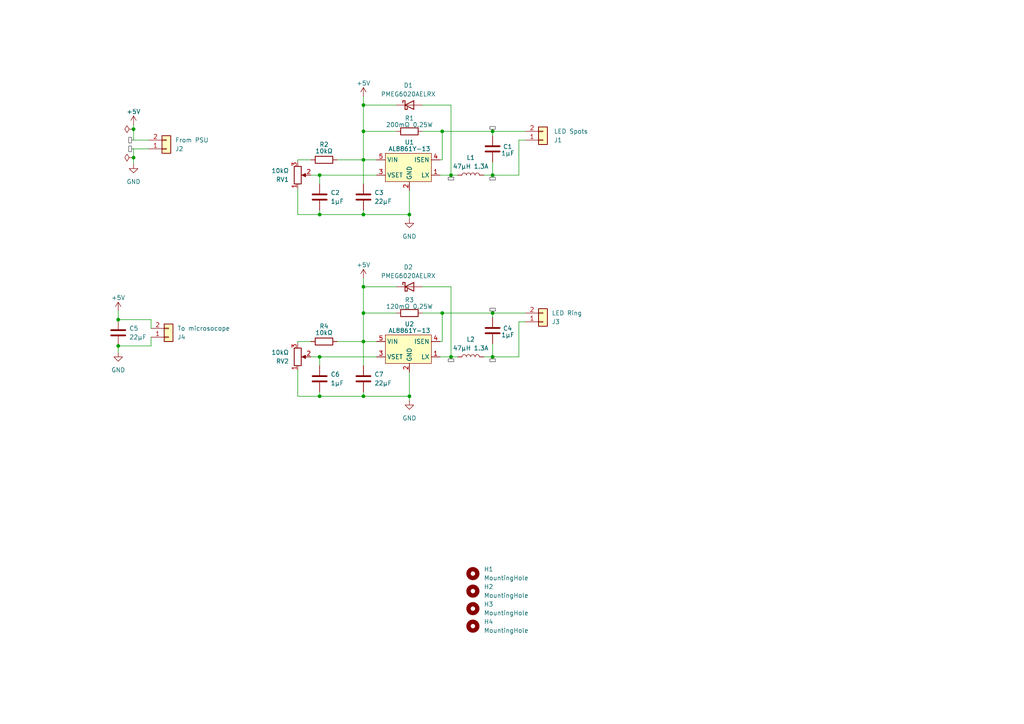
<source format=kicad_sch>
(kicad_sch (version 20230121) (generator eeschema)
  (paper "A4")
  (title_block (title "Andonstar LED Dimmer") (date "2023-07-21") (company "Retronics - Bjørner Sandom"))
  (lib_symbols
    (symbol "Connector_Generic:Conn_01x02" (pin_names (offset 1.016) hide)
      (property "Reference" "J" (at 0 2.54 0))
      (property "Value" "Conn_01x02" (at 0 -5.08 0))
      (symbol "Conn_01x02_1_1"
        (rectangle (start -1.27 -2.413) (end 0 -2.667) (stroke (width 0.1524)))
        (rectangle (start -1.27 0.127) (end 0 -0.127) (stroke (width 0.1524)))
        (rectangle (start -1.27 1.27) (end 1.27 -3.81) (stroke (width 0.254)) (fill (type background)))
        (pin passive line (at -5.08 0 0) (length 3.81) (name "Pin_1") (number "1"))
        (pin passive line (at -5.08 -2.54 0) (length 3.81) (name "Pin_2") (number "2"))
      )
    )
    (symbol "Device:C" (pin_numbers hide) (pin_names (offset 0.254))
      (property "Reference" "C" (at 0.635 2.54 0))
      (property "Value" "C" (at 0.635 -2.54 0))
      (symbol "C_0_1"
        (polyline (pts (xy -2.032 -0.762) (xy 2.032 -0.762)) (stroke (width 0.508)))
        (polyline (pts (xy -2.032 0.762) (xy 2.032 0.762)) (stroke (width 0.508)))
      )
      (symbol "C_1_1"
        (pin passive line (at 0 3.81 270) (length 2.794) (name "~") (number "1"))
        (pin passive line (at 0 -3.81 90) (length 2.794) (name "~") (number "2"))
      )
    )
    (symbol "Device:D_Schottky" (pin_numbers hide) (pin_names (offset 1.016) hide)
      (property "Reference" "D" (at 0 2.54 0))
      (property "Value" "D_Schottky" (at 0 -2.54 0))
      (symbol "D_Schottky_0_1"
        (polyline (pts (xy 1.27 0) (xy -1.27 0)))
        (polyline (pts (xy 1.27 1.27) (xy 1.27 -1.27) (xy -1.27 0) (xy 1.27 1.27)) (stroke (width 0.254)))
        (polyline (pts (xy -1.905 0.635) (xy -1.905 1.27) (xy -1.27 1.27) (xy -1.27 -1.27) (xy -0.635 -1.27) (xy -0.635 -0.635)) (stroke (width 0.254)))
      )
      (symbol "D_Schottky_1_1"
        (pin passive line (at -3.81 0 0) (length 2.54) (name "K") (number "1"))
        (pin passive line (at 3.81 0 180) (length 2.54) (name "A") (number "2"))
      )
    )
    (symbol "Device:L" (pin_numbers hide) (pin_names (offset 1.016) hide)
      (property "Reference" "L" (at -1.27 0 90))
      (property "Value" "L" (at 1.905 0 90))
      (symbol "L_0_1"
        (arc (start 0 -2.54) (mid 0.6323 -1.905) (end 0 -1.27))
        (arc (start 0 -1.27) (mid 0.6323 -0.635) (end 0 0))
        (arc (start 0 0) (mid 0.6323 0.635) (end 0 1.27))
        (arc (start 0 1.27) (mid 0.6323 1.905) (end 0 2.54))
      )
      (symbol "L_1_1"
        (pin passive line (at 0 3.81 270) (length 1.27) (name "1") (number "1"))
        (pin passive line (at 0 -3.81 90) (length 1.27) (name "2") (number "2"))
      )
    )
    (symbol "Device:R" (pin_numbers hide) (pin_names (offset 0))
      (property "Reference" "R" (at 2.032 0 90))
      (property "Value" "R" (at 0 0 90))
      (symbol "R_0_1"
        (rectangle (start -1.016 -2.54) (end 1.016 2.54) (stroke (width 0.254)))
      )
      (symbol "R_1_1"
        (pin passive line (at 0 3.81 270) (length 1.27) (name "~") (number "1"))
        (pin passive line (at 0 -3.81 90) (length 1.27) (name "~") (number "2"))
      )
    )
    (symbol "Device:R_Potentiometer" (pin_names (offset 1.016) hide)
      (property "Reference" "RV" (at -4.445 0 90))
      (property "Value" "R_Potentiometer" (at -2.54 0 90))
      (symbol "R_Potentiometer_0_1"
        (polyline (pts (xy 2.54 0) (xy 1.524 0)))
        (polyline (pts (xy 1.143 0) (xy 2.286 0.508) (xy 2.286 -0.508) (xy 1.143 0)) (fill (type outline)))
        (rectangle (start 1.016 2.54) (end -1.016 -2.54) (stroke (width 0.254)))
      )
      (symbol "R_Potentiometer_1_1"
        (pin passive line (at 0 3.81 270) (length 1.27) (name "1") (number "1"))
        (pin passive line (at 3.81 0 180) (length 1.27) (name "2") (number "2"))
        (pin passive line (at 0 -3.81 90) (length 1.27) (name "3") (number "3"))
      )
    )
    (symbol "Mechanical:MountingHole" (pin_names (offset 1.016))
      (property "Reference" "H" (at 0 5.08 0))
      (property "Value" "MountingHole" (at 0 3.175 0))
      (symbol "MountingHole_0_1"
        (circle (center 0 0) (radius 1.27) (stroke (width 1.27)))
      )
    )
    (symbol "myDevices:AL8861Y-13"
      (property "Reference" "U" (at 6.985 5.715 0))
      (property "Value" "AL8861Y-13" (at 6.35 3.175 0))
      (symbol "AL8861Y-13_1_1"
        (rectangle (start 0 1.905) (end 13.335 -6.35) (fill (type background)))
        (pin passive line (at 15.875 -4.445 180) (length 2.54) (name "LX") (number "1"))
        (pin power_in line (at 6.985 -8.89 90) (length 2.54) (name "GND") (number "2"))
        (pin passive line (at -2.54 -4.445 0) (length 2.54) (name "VSET") (number "3"))
        (pin passive line (at 15.875 0 180) (length 2.54) (name "ISEN") (number "4"))
        (pin power_in line (at -2.54 0 0) (length 2.54) (name "VIN") (number "5"))
      )
    )
    (symbol "power:+5V" (power) (pin_names (offset 0))
      (property "Value" "+5V" (at 0 3.556 0))
      (symbol "+5V_0_1"
        (polyline (pts (xy -0.762 1.27) (xy 0 2.54)))
        (polyline (pts (xy 0 0) (xy 0 2.54)))
        (polyline (pts (xy 0 2.54) (xy 0.762 1.27)))
      )
      (symbol "+5V_1_1"
        (pin power_in line (at 0 0 90) (length 0) hide (name "+5V") (number "1"))
      )
    )
    (symbol "power:GND" (power) (pin_names (offset 0))
      (property "Value" "GND" (at 0 -3.81 0))
      (symbol "GND_0_1"
        (polyline (pts (xy 0 0) (xy 0 -1.27) (xy 1.27 -1.27) (xy 0 -2.54) (xy -1.27 -1.27) (xy 0 -1.27)))
      )
      (symbol "GND_1_1"
        (pin power_in line (at 0 0 270) (length 0) hide (name "GND") (number "1"))
      )
    )
    (symbol "power:PWR_FLAG" (power) (pin_numbers hide) (pin_names (offset 0) hide)
      (property "Value" "PWR_FLAG" (at 0 3.81 0))
      (symbol "PWR_FLAG_0_0"
        (pin power_out line (at 0 0 90) (length 0) (name "pwr") (number "1"))
      )
      (symbol "PWR_FLAG_0_1"
        (polyline (pts (xy 0 0) (xy 0 1.27) (xy -1.016 1.905) (xy 0 2.54) (xy 1.016 1.905) (xy 0 1.27)))
      )
    )
  )
  (junction (at 105.41 99.06))
  (junction (at 142.875 38.1))
  (junction (at 130.81 103.505))
  (junction (at 142.875 90.805))
  (junction (at 38.735 37.465))
  (junction (at 105.41 114.935))
  (junction (at 105.41 46.355))
  (junction (at 92.71 62.23))
  (junction (at 128.27 38.1))
  (junction (at 105.41 38.1))
  (junction (at 130.81 50.8))
  (junction (at 105.41 62.23))
  (junction (at 105.41 90.805))
  (junction (at 92.71 114.935))
  (junction (at 34.29 100.33))
  (junction (at 105.41 30.48))
  (junction (at 118.745 62.23))
  (junction (at 128.27 90.805))
  (junction (at 92.71 103.505))
  (junction (at 142.875 103.505))
  (junction (at 118.745 114.935))
  (junction (at 105.41 83.185))
  (junction (at 142.875 50.8))
  (junction (at 34.29 92.71))
  (junction (at 92.71 50.8))
  (junction (at 38.735 45.72))
  (wire (pts (xy 150.495 40.64) (xy 150.495 50.8)))
  (wire (pts (xy 105.41 46.355) (xy 109.22 46.355)))
  (wire (pts (xy 38.735 45.72) (xy 38.735 43.18)))
  (wire (pts (xy 127.635 50.8) (xy 130.81 50.8)))
  (wire (pts (xy 105.41 60.96) (xy 105.41 62.23)))
  (wire (pts (xy 130.81 50.8) (xy 132.715 50.8)))
  (wire (pts (xy 97.79 99.06) (xy 105.41 99.06)))
  (wire (pts (xy 105.41 27.94) (xy 105.41 30.48)))
  (wire (pts (xy 86.36 46.355) (xy 86.36 46.99)))
  (wire (pts (xy 142.875 99.695) (xy 142.875 103.505)))
  (wire (pts (xy 128.27 90.805) (xy 128.27 99.06)))
  (wire (pts (xy 142.875 90.805) (xy 142.875 92.075)))
  (wire (pts (xy 92.71 103.505) (xy 109.22 103.505)))
  (wire (pts (xy 86.36 107.315) (xy 86.36 114.935)))
  (wire (pts (xy 128.27 38.1) (xy 128.27 46.355)))
  (wire (pts (xy 90.17 46.355) (xy 86.36 46.355)))
  (wire (pts (xy 92.71 50.8) (xy 109.22 50.8)))
  (wire (pts (xy 38.735 37.465) (xy 38.735 40.64)))
  (wire (pts (xy 128.27 38.1) (xy 142.875 38.1)))
  (wire (pts (xy 34.29 102.235) (xy 34.29 100.33)))
  (wire (pts (xy 105.41 90.805) (xy 114.935 90.805)))
  (wire (pts (xy 128.27 46.355) (xy 127.635 46.355)))
  (wire (pts (xy 128.27 99.06) (xy 127.635 99.06)))
  (wire (pts (xy 150.495 103.505) (xy 150.495 93.345)))
  (wire (pts (xy 43.815 100.33) (xy 43.815 97.79)))
  (wire (pts (xy 130.81 30.48) (xy 130.81 50.8)))
  (wire (pts (xy 92.71 50.8) (xy 92.71 53.34)))
  (wire (pts (xy 86.36 99.06) (xy 86.36 99.695)))
  (wire (pts (xy 130.81 103.505) (xy 132.715 103.505)))
  (wire (pts (xy 38.735 36.195) (xy 38.735 37.465)))
  (wire (pts (xy 122.555 90.805) (xy 128.27 90.805)))
  (wire (pts (xy 105.41 90.805) (xy 105.41 99.06)))
  (wire (pts (xy 118.745 62.23) (xy 118.745 63.5)))
  (wire (pts (xy 105.41 114.935) (xy 118.745 114.935)))
  (wire (pts (xy 105.41 30.48) (xy 114.935 30.48)))
  (wire (pts (xy 142.875 50.8) (xy 150.495 50.8)))
  (wire (pts (xy 105.41 83.185) (xy 114.935 83.185)))
  (wire (pts (xy 92.71 113.665) (xy 92.71 114.935)))
  (wire (pts (xy 105.41 99.06) (xy 105.41 106.045)))
  (wire (pts (xy 105.41 38.1) (xy 114.935 38.1)))
  (wire (pts (xy 90.17 103.505) (xy 92.71 103.505)))
  (wire (pts (xy 38.735 43.18) (xy 43.18 43.18)))
  (wire (pts (xy 97.79 46.355) (xy 105.41 46.355)))
  (wire (pts (xy 105.41 80.645) (xy 105.41 83.185)))
  (wire (pts (xy 92.71 103.505) (xy 92.71 106.045)))
  (wire (pts (xy 150.495 40.64) (xy 152.4 40.64)))
  (wire (pts (xy 142.875 103.505) (xy 150.495 103.505)))
  (wire (pts (xy 105.41 46.355) (xy 105.41 53.34)))
  (wire (pts (xy 142.875 38.1) (xy 152.4 38.1)))
  (wire (pts (xy 118.745 114.935) (xy 118.745 116.205)))
  (wire (pts (xy 130.81 83.185) (xy 130.81 103.505)))
  (wire (pts (xy 92.71 114.935) (xy 105.41 114.935)))
  (wire (pts (xy 105.41 83.185) (xy 105.41 90.805)))
  (wire (pts (xy 105.41 62.23) (xy 118.745 62.23)))
  (wire (pts (xy 118.745 107.95) (xy 118.745 114.935)))
  (wire (pts (xy 92.71 62.23) (xy 105.41 62.23)))
  (wire (pts (xy 140.335 103.505) (xy 142.875 103.505)))
  (wire (pts (xy 43.815 92.71) (xy 43.815 95.25)))
  (wire (pts (xy 34.29 100.33) (xy 43.815 100.33)))
  (wire (pts (xy 142.875 46.99) (xy 142.875 50.8)))
  (wire (pts (xy 92.71 60.96) (xy 92.71 62.23)))
  (wire (pts (xy 86.36 62.23) (xy 92.71 62.23)))
  (wire (pts (xy 142.875 38.1) (xy 142.875 39.37)))
  (wire (pts (xy 34.29 92.71) (xy 43.815 92.71)))
  (wire (pts (xy 86.36 54.61) (xy 86.36 62.23)))
  (wire (pts (xy 127.635 103.505) (xy 130.81 103.505)))
  (wire (pts (xy 86.36 114.935) (xy 92.71 114.935)))
  (wire (pts (xy 105.41 113.665) (xy 105.41 114.935)))
  (wire (pts (xy 105.41 99.06) (xy 109.22 99.06)))
  (wire (pts (xy 140.335 50.8) (xy 142.875 50.8)))
  (wire (pts (xy 122.555 83.185) (xy 130.81 83.185)))
  (wire (pts (xy 38.735 40.64) (xy 43.18 40.64)))
  (wire (pts (xy 90.17 50.8) (xy 92.71 50.8)))
  (wire (pts (xy 128.27 90.805) (xy 142.875 90.805)))
  (wire (pts (xy 105.41 30.48) (xy 105.41 38.1)))
  (wire (pts (xy 38.735 47.625) (xy 38.735 45.72)))
  (wire (pts (xy 90.17 99.06) (xy 86.36 99.06)))
  (wire (pts (xy 118.745 55.245) (xy 118.745 62.23)))
  (wire (pts (xy 142.875 90.805) (xy 152.4 90.805)))
  (wire (pts (xy 122.555 30.48) (xy 130.81 30.48)))
  (wire (pts (xy 105.41 38.1) (xy 105.41 46.355)))
  (wire (pts (xy 122.555 38.1) (xy 128.27 38.1)))
  (wire (pts (xy 34.29 90.17) (xy 34.29 92.71)))
  (wire (pts (xy 150.495 93.345) (xy 152.4 93.345)))
  (netclass_flag "" (length 1) (shape rectangle) (at 130.81 50.8 180) (property "Netclass" "Power" (effects hide)))
  (netclass_flag "" (length 1) (shape rectangle) (at 142.875 38.1 0) (property "Netclass" "Power" (effects hide)))
  (netclass_flag "" (length 1) (shape rectangle) (at 130.81 103.505 180) (property "Netclass" "Power" (effects hide)))
  (netclass_flag "" (length 1) (shape rectangle) (at 142.875 103.505 180) (property "Netclass" "Power" (effects hide)))
  (netclass_flag "" (length 1) (shape rectangle) (at 38.735 40.64 90) (property "Netclass" "Power" (effects hide)))
  (netclass_flag "" (length 1) (shape rectangle) (at 38.735 43.18 90) (property "Netclass" "Power" (effects hide)))
  (netclass_flag "" (length 1) (shape rectangle) (at 142.875 50.8 180) (property "Netclass" "Power" (effects hide)))
  (netclass_flag "" (length 1) (shape rectangle) (at 142.875 90.805 0) (property "Netclass" "Power" (effects hide)))
  (symbol (lib_id "power:GND") (at 34.29 102.235 0) (unit 1)
    (property "Reference" "#PWR07" (effects hide))
    (property "Value" "GND" (at 34.29 107.315 0))
  )
  (symbol (lib_id "Device:R") (at 93.98 46.355 90) (unit 1)
    (property "Reference" "R2" (at 93.98 41.91 90))
    (property "Value" "10kΩ" (at 93.98 43.815 90))
    (property "Footprint" "Resistor_SMD:R_0805_2012Metric_Pad1.20x1.40mm_HandSolder" (effects hide))
  )
  (symbol (lib_id "Device:C") (at 142.875 43.18 180) (unit 1)
    (property "Reference" "C1" (at 148.59 42.545 0) (effects (justify left)))
    (property "Value" "1µF" (at 149.225 44.45 0) (effects (justify left)))
    (property "Footprint" "Resistor_SMD:R_0805_2012Metric_Pad1.20x1.40mm_HandSolder" (effects hide))
  )
  (symbol (lib_id "Device:R") (at 118.745 38.1 90) (unit 1)
    (property "Reference" "R1" (at 118.745 34.29 90))
    (property "Value" "200mΩ 0.25W" (at 118.745 36.195 90))
    (property "Footprint" "Resistor_SMD:R_1206_3216Metric_Pad1.30x1.75mm_HandSolder" (effects hide))
  )
  (symbol (lib_id "Device:D_Schottky") (at 118.745 30.48 0) (unit 1)
    (property "Reference" "D1" (at 118.4275 24.765 0))
    (property "Value" "PMEG6020AELRX" (at 118.4275 27.305 0))
    (property "Footprint" "Diode_SMD:Nexperia_CFP3_SOD-123W" (effects hide))
  )
  (symbol (lib_id "myDevices:AL8861Y-13") (at 111.76 46.355 0) (unit 1)
    (property "Reference" "U1" (at 118.745 41.275 0))
    (property "Value" "AL8861Y-13" (at 118.745 43.18 0))
    (property "Footprint" "myDevices:SOT89-5" (effects hide))
  )
  (symbol (lib_id "Connector_Generic:Conn_01x02") (at 48.26 43.18 0) (mirror x) (unit 1)
    (property "Reference" "J2" (at 50.8 43.18 0) (effects (justify left)))
    (property "Value" "From PSU" (at 50.8 40.64 0) (effects (justify left)))
    (property "Footprint" "myDevices:KF2510-2P-Angle" (effects hide))
  )
  (symbol (lib_id "Connector_Generic:Conn_01x02") (at 48.895 97.79 0) (mirror x) (unit 1)
    (property "Reference" "J4" (at 51.435 97.79 0) (effects (justify left)))
    (property "Value" "To microsocope" (at 51.435 95.25 0) (effects (justify left)))
    (property "Footprint" "myDevices:KF2510-2P-Angle" (effects hide))
  )
  (symbol (lib_id "Mechanical:MountingHole") (at 137.16 181.61 0) (unit 1)
    (property "Reference" "H4" (at 140.335 180.34 0) (effects (justify left)))
    (property "Value" "MountingHole" (at 140.335 182.88 0) (effects (justify left)))
    (property "Footprint" "MountingHole:MountingHole_4.3mm_M4" (effects hide))
  )
  (symbol (lib_id "power:+5V") (at 105.41 80.645 0) (unit 1)
    (property "Reference" "#PWR05" (effects hide))
    (property "Value" "+5V" (at 105.41 76.835 0))
  )
  (symbol (lib_id "Device:C") (at 105.41 109.855 0) (unit 1)
    (property "Reference" "C7" (at 108.585 108.585 0) (effects (justify left)))
    (property "Value" "22µF" (at 108.585 111.125 0) (effects (justify left)))
    (property "Footprint" "Resistor_SMD:R_0805_2012Metric_Pad1.20x1.40mm_HandSolder" (effects hide))
  )
  (symbol (lib_id "Mechanical:MountingHole") (at 137.16 171.45 0) (unit 1)
    (property "Reference" "H2" (at 140.335 170.18 0) (effects (justify left)))
    (property "Value" "MountingHole" (at 140.335 172.72 0) (effects (justify left)))
    (property "Footprint" "MountingHole:MountingHole_3.2mm_M3" (effects hide))
  )
  (symbol (lib_id "Device:R_Potentiometer") (at 86.36 50.8 0) (mirror x) (unit 1)
    (property "Reference" "RV1" (at 83.82 52.07 0) (effects (justify right)))
    (property "Value" "10kΩ" (at 83.82 49.53 0) (effects (justify right)))
    (property "Footprint" "myDevices:Potentiometer_Alps_RK09K_Single_Vertical" (effects hide))
  )
  (symbol (lib_id "Device:R") (at 118.745 90.805 90) (unit 1)
    (property "Reference" "R3" (at 118.745 86.995 90))
    (property "Value" "120mΩ 0.25W" (at 118.745 88.9 90))
    (property "Footprint" "Resistor_SMD:R_1206_3216Metric_Pad1.30x1.75mm_HandSolder" (effects hide))
  )
  (symbol (lib_id "power:PWR_FLAG") (at 38.735 37.465 90) (unit 1)
    (property "Reference" "#FLG01" (effects hide))
    (property "Value" "PWR_FLAG" (effects hide))
  )
  (symbol (lib_id "Device:C") (at 34.29 96.52 0) (unit 1)
    (property "Reference" "C5" (at 37.465 95.25 0) (effects (justify left)))
    (property "Value" "22µF" (at 37.465 97.79 0) (effects (justify left)))
    (property "Footprint" "Resistor_SMD:R_0805_2012Metric_Pad1.20x1.40mm_HandSolder" (effects hide))
  )
  (symbol (lib_id "power:GND") (at 118.745 116.205 0) (unit 1)
    (property "Reference" "#PWR08" (effects hide))
    (property "Value" "GND" (at 118.745 121.285 0))
  )
  (symbol (lib_id "Device:R") (at 93.98 99.06 90) (unit 1)
    (property "Reference" "R4" (at 93.98 94.615 90))
    (property "Value" "10kΩ" (at 93.98 96.52 90))
    (property "Footprint" "Resistor_SMD:R_0805_2012Metric_Pad1.20x1.40mm_HandSolder" (effects hide))
  )
  (symbol (lib_id "Device:C") (at 105.41 57.15 0) (unit 1)
    (property "Reference" "C3" (at 108.585 55.88 0) (effects (justify left)))
    (property "Value" "22µF" (at 108.585 58.42 0) (effects (justify left)))
    (property "Footprint" "Resistor_SMD:R_0805_2012Metric_Pad1.20x1.40mm_HandSolder" (effects hide))
  )
  (symbol (lib_id "myDevices:AL8861Y-13") (at 111.76 99.06 0) (unit 1)
    (property "Reference" "U2" (at 118.745 93.98 0))
    (property "Value" "AL8861Y-13" (at 118.745 95.885 0))
    (property "Footprint" "myDevices:SOT89-5" (effects hide))
  )
  (symbol (lib_id "Device:C") (at 142.875 95.885 180) (unit 1)
    (property "Reference" "C4" (at 148.59 95.25 0) (effects (justify left)))
    (property "Value" "1µF" (at 149.225 97.155 0) (effects (justify left)))
    (property "Footprint" "Resistor_SMD:R_0805_2012Metric_Pad1.20x1.40mm_HandSolder" (effects hide))
  )
  (symbol (lib_id "Connector_Generic:Conn_01x02") (at 157.48 40.64 0) (mirror x) (unit 1)
    (property "Reference" "J1" (at 160.655 40.64 0) (effects (justify left)))
    (property "Value" "LED Spots" (at 160.655 38.1 0) (effects (justify left)))
    (property "Footprint" "myDevices:KF2510-2P-Angle" (effects hide))
  )
  (symbol (lib_id "power:GND") (at 118.745 63.5 0) (unit 1)
    (property "Reference" "#PWR04" (effects hide))
    (property "Value" "GND" (at 118.745 68.58 0))
  )
  (symbol (lib_id "Device:C") (at 92.71 57.15 0) (unit 1)
    (property "Reference" "C2" (at 95.885 55.88 0) (effects (justify left)))
    (property "Value" "1µF" (at 95.885 58.42 0) (effects (justify left)))
    (property "Footprint" "Resistor_SMD:R_0805_2012Metric_Pad1.20x1.40mm_HandSolder" (effects hide))
  )
  (symbol (lib_id "Device:C") (at 92.71 109.855 0) (unit 1)
    (property "Reference" "C6" (at 95.885 108.585 0) (effects (justify left)))
    (property "Value" "1µF" (at 95.885 111.125 0) (effects (justify left)))
    (property "Footprint" "Resistor_SMD:R_0805_2012Metric_Pad1.20x1.40mm_HandSolder" (effects hide))
  )
  (symbol (lib_id "power:+5V") (at 105.41 27.94 0) (unit 1)
    (property "Reference" "#PWR01" (effects hide))
    (property "Value" "+5V" (at 105.41 24.13 0))
  )
  (symbol (lib_id "power:+5V") (at 34.29 90.17 0) (unit 1)
    (property "Reference" "#PWR06" (effects hide))
    (property "Value" "+5V" (at 34.29 86.36 0))
  )
  (symbol (lib_id "Device:L") (at 136.525 50.8 90) (unit 1)
    (property "Reference" "L1" (at 136.525 45.72 90))
    (property "Value" "47µH 1.3A" (at 136.525 48.26 90))
    (property "Footprint" "myDevices:VLS6045" (effects hide))
  )
  (symbol (lib_id "power:+5V") (at 38.735 36.195 0) (unit 1)
    (property "Reference" "#PWR02" (effects hide))
    (property "Value" "+5V" (at 38.735 32.385 0))
  )
  (symbol (lib_id "Mechanical:MountingHole") (at 137.16 166.37 0) (unit 1)
    (property "Reference" "H1" (at 140.335 165.1 0) (effects (justify left)))
    (property "Value" "MountingHole" (at 140.335 167.64 0) (effects (justify left)))
    (property "Footprint" "MountingHole:MountingHole_3.2mm_M3" (effects hide))
  )
  (symbol (lib_id "Connector_Generic:Conn_01x02") (at 157.48 93.345 0) (mirror x) (unit 1)
    (property "Reference" "J3" (at 160.02 93.345 0) (effects (justify left)))
    (property "Value" "LED Ring" (at 160.02 90.805 0) (effects (justify left)))
    (property "Footprint" "myDevices:KF2510-2P-Angle" (effects hide))
  )
  (symbol (lib_id "power:GND") (at 38.735 47.625 0) (unit 1)
    (property "Reference" "#PWR03" (effects hide))
    (property "Value" "GND" (at 38.735 52.705 0))
  )
  (symbol (lib_id "Device:D_Schottky") (at 118.745 83.185 0) (unit 1)
    (property "Reference" "D2" (at 118.4275 77.47 0))
    (property "Value" "PMEG6020AELRX" (at 118.4275 80.01 0))
    (property "Footprint" "Diode_SMD:Nexperia_CFP3_SOD-123W" (effects hide))
  )
  (symbol (lib_id "Mechanical:MountingHole") (at 137.16 176.53 0) (unit 1)
    (property "Reference" "H3" (at 140.335 175.26 0) (effects (justify left)))
    (property "Value" "MountingHole" (at 140.335 177.8 0) (effects (justify left)))
    (property "Footprint" "MountingHole:MountingHole_3.2mm_M3" (effects hide))
  )
  (symbol (lib_id "power:PWR_FLAG") (at 38.735 45.72 90) (unit 1)
    (property "Reference" "#FLG02" (effects hide))
    (property "Value" "PWR_FLAG" (effects hide))
  )
  (symbol (lib_id "Device:R_Potentiometer") (at 86.36 103.505 0) (mirror x) (unit 1)
    (property "Reference" "RV2" (at 83.82 104.775 0) (effects (justify right)))
    (property "Value" "10kΩ" (at 83.82 102.235 0) (effects (justify right)))
    (property "Footprint" "myDevices:Potentiometer_Alps_RK09K_Single_Vertical" (effects hide))
  )
  (symbol (lib_id "Device:L") (at 136.525 103.505 90) (unit 1)
    (property "Reference" "L2" (at 136.525 98.425 90))
    (property "Value" "47µH 1.3A" (at 136.525 100.965 90))
    (property "Footprint" "myDevices:VLS6045" (effects hide))
  )
)
</source>
